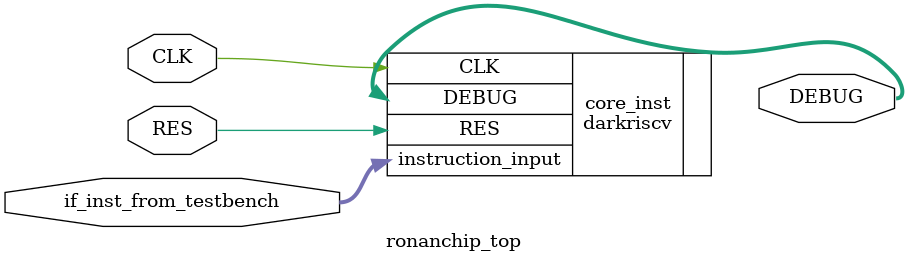
<source format=sv>
module ronanchip_top (
  input  logic        CLK,
  input  logic        RES,
  input  logic [31:0] if_inst_from_testbench, // Input from testbench
  output logic [31:0] DEBUG
);

  // Instantiate the DarkRISCV core
  darkriscv core_inst (
    .CLK               (CLK),
    .RES               (RES),
    .instruction_input (if_inst_from_testbench),
    .DEBUG             (DEBUG)
  );

endmodule


</source>
